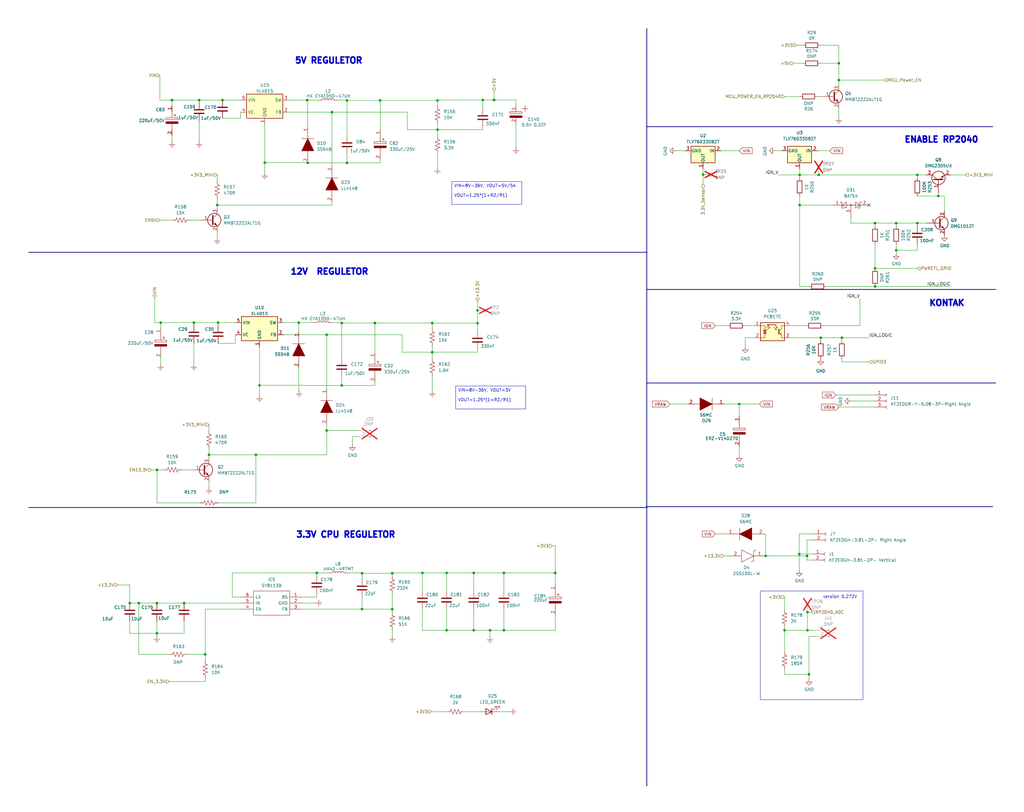
<source format=kicad_sch>
(kicad_sch (version 20231120) (generator "eeschema") (generator_version "8.0")
  (paper "User" 431 342)
  (junction (at 77.47 254))
  (junction (at 87.9567 191.5238))
  (junction (at 109.22 162.2591))
  (junction (at 66.04 266.7))
  (junction (at 295.91 73.4937))
  (junction (at 81.6019 135.89))
  (junction (at 133.35 241.3))
  (junction (at 66.04 254))
  (junction (at 200.9867 136.109))
  (junction (at 212.09 265.43))
  (junction (at 83.8152 42.1562))
  (junction (at 160.02 42.2994))
  (junction (at 181.9367 148.3438))
  (junction (at 386.08 73.66))
  (junction (at 345.44 142.24))
  (junction (at 129.2685 42.1562))
  (junction (at 272.2111 106.2507) (diameter 0.3048))
  (junction (at 368.3 93.98))
  (junction (at 91.7921 135.89))
  (junction (at 207.9533 42.1002))
  (junction (at 272.2111 161.29) (diameter 0.3048))
  (junction (at 137.4867 181.3307))
  (junction (at 339.8499 265.43))
  (junction (at 368.3 120.65))
  (junction (at 72.3858 42.1562))
  (junction (at 344.5606 73.66))
  (junction (at 368.3 113.03))
  (junction (at 311.15 170.18))
  (junction (at 184.15 54.61))
  (junction (at 212.09 241.3))
  (junction (at 330.2 265.43))
  (junction (at 354.33 142.24))
  (junction (at 137.4867 140.97))
  (junction (at 203.2 42.1002))
  (junction (at 336.3771 233.348))
  (junction (at 111.4333 68.5253))
  (junction (at 107.7044 191.5238))
  (junction (at 377.19 105.41))
  (junction (at 165.1 241.4213))
  (junction (at 152.4 241.4213))
  (junction (at 336.55 86.36))
  (junction (at 336.55 73.66))
  (junction (at 339.6674 234.1477))
  (junction (at 129.54 68.58))
  (junction (at 272.2111 121.92) (diameter 0.3048))
  (junction (at 322.2448 234.1477))
  (junction (at 206.248 265.43))
  (junction (at 177.8 241.3))
  (junction (at 200.9867 130.7165))
  (junction (at 377.19 93.98))
  (junction (at 394.97 82.55))
  (junction (at 233.68 241.3))
  (junction (at 272.2111 53.34) (diameter 0.3048))
  (junction (at 340.4851 283.9561))
  (junction (at 143.8367 162.3138))
  (junction (at 187.96 265.43))
  (junction (at 66.0848 197.8738))
  (junction (at 91.44 86.36))
  (junction (at 152.4 256.54))
  (junction (at 146.05 42.2994))
  (junction (at 139.7 47.2362))
  (junction (at 199.39 241.3))
  (junction (at 353.06 33.7136))
  (junction (at 67.6367 135.89))
  (junction (at 339.8499 257.81))
  (junction (at 386.08 93.98))
  (junction (at 54.61 254))
  (junction (at 157.8067 136.0332))
  (junction (at 272.2111 213.36) (diameter 0.3048))
  (junction (at 181.8942 136.0332))
  (junction (at 143.8367 136.0332))
  (junction (at 93.6533 42.1562))
  (junction (at 86.36 275.59))
  (junction (at 353.06 26.67))
  (junction (at 58.42 254))
  (junction (at 272.2111 213.7291) (diameter 0.3048))
  (junction (at 125.6954 135.89))
  (junction (at 165.1 256.54))
  (junction (at 187.96 241.3))
  (junction (at 146.05 68.58))
  (junction (at 184.1075 42.2994))
  (junction (at 199.39 265.43))
  (no_connect (at 365.76 86.36))
  (wire (pts (xy 81.6019 135.89) (xy 91.7921 135.89)))
  (wire (pts (xy 86.36 275.59) (xy 86.36 278.13)))
  (wire (pts (xy 139.7 86.36) (xy 139.7 85.09)))
  (wire (pts (xy 91.44 87.5929) (xy 91.4558 87.5929)))
  (wire (pts (xy 177.8 241.3) (xy 165.1 241.3)))
  (wire (pts (xy 129.54 53.34) (xy 129.54 42.1562)))
  (wire (pts (xy 181.61 299.72) (xy 187.96 299.72)))
  (wire (pts (xy 137.4867 178.8238) (xy 137.4867 181.3307)))
  (wire (pts (xy 97.79 251.46) (xy 97.79 241.3)))
  (wire (pts (xy 143.8367 158.5038) (xy 143.8367 162.3138)))
  (wire (pts (xy 311.15 187.96) (xy 311.15 191.77)))
  (wire (pts (xy 358.14 93.98) (xy 368.3 93.98)))
  (wire (pts (xy 133.35 241.3) (xy 133.35 242.57)))
  (wire (pts (xy 58.42 254) (xy 66.04 254)))
  (bus (pts (xy 272.2111 213.36) (xy 417.83 213.36)) (stroke (width 0.3048)))
  (wire (pts (xy 111.4333 68.5253) (xy 111.4333 72.1438)))
  (wire (pts (xy 184.1075 42.1002) (xy 203.2 42.1002)))
  (wire (pts (xy 169.2367 148.3438) (xy 181.9367 148.3438)))
  (wire (pts (xy 207.9533 38.3462) (xy 207.9533 42.1002)))
  (wire (pts (xy 157.8067 162.3138) (xy 143.8367 162.3138)))
  (wire (pts (xy 336.55 73.66) (xy 344.5606 73.66)))
  (wire (pts (xy 165.1 241.3) (xy 165.1 241.4213)))
  (bus (pts (xy 272.2111 161.29) (xy 419.1 161.29)) (stroke (width 0.3048)))
  (wire (pts (xy 81.6019 137.16) (xy 81.6067 137.16)))
  (wire (pts (xy 339.6674 234.1477) (xy 339.6674 235.888)))
  (wire (pts (xy 377.19 102.87) (xy 377.19 105.41)))
  (wire (pts (xy 54.61 266.7) (xy 66.04 266.7)))
  (wire (pts (xy 284.48 63.5) (xy 288.29 63.5)))
  (wire (pts (xy 80.01 92.6729) (xy 80.01 92.71)))
  (wire (pts (xy 326.39 63.5) (xy 328.93 63.5)))
  (wire (pts (xy 109.22 162.2591) (xy 109.22 165.8776)))
  (wire (pts (xy 91.44 100.33) (xy 91.44 97.7529)))
  (wire (pts (xy 339.8499 257.81) (xy 339.8499 265.43)))
  (wire (pts (xy 137.4867 181.3307) (xy 151.13 181.3307)))
  (wire (pts (xy 111.4333 52.3162) (xy 111.4333 68.5253)))
  (wire (pts (xy 199.39 256.54) (xy 199.39 265.43)))
  (wire (pts (xy 199.39 265.43) (xy 206.248 265.43)))
  (wire (pts (xy 87.9542 191.5238) (xy 87.9542 192.835)))
  (wire (pts (xy 304.7183 234.112) (xy 304.7183 234.1477)))
  (wire (pts (xy 75.2542 197.915) (xy 75.2542 197.8738)))
  (wire (pts (xy 195.58 299.72) (xy 201.93 299.72)))
  (wire (pts (xy 66.04 267.97) (xy 66.04 266.7)))
  (wire (pts (xy 143.51 136.0332) (xy 143.8367 136.0332)))
  (wire (pts (xy 143.8367 136.0332) (xy 157.8067 136.0332)))
  (wire (pts (xy 160.02 54.61) (xy 160.02 42.2994)))
  (wire (pts (xy 91.44 97.7529) (xy 91.4558 97.7529)))
  (wire (pts (xy 317.5 142.24) (xy 313.69 142.24)))
  (wire (pts (xy 397.51 82.55) (xy 394.97 82.55)))
  (wire (pts (xy 206.248 265.43) (xy 206.248 268.224)))
  (wire (pts (xy 83.8152 42.1562) (xy 93.6533 42.1562)))
  (wire (pts (xy 199.39 241.3) (xy 187.96 241.3)))
  (bus (pts (xy 272.2111 161.29) (xy 272.2111 213.36)) (stroke (width 0.3048)))
  (wire (pts (xy 353.06 26.67) (xy 345.44 26.67)))
  (wire (pts (xy 165.1 257.81) (xy 165.1 256.54)))
  (wire (pts (xy 336.55 86.36) (xy 350.52 86.36)))
  (wire (pts (xy 233.68 259.08) (xy 233.68 265.43)))
  (wire (pts (xy 132.0501 135.89) (xy 132.0501 135.8854)))
  (wire (pts (xy 121.5933 42.1562) (xy 129.2685 42.1562)))
  (bus (pts (xy 12.0996 213.7291) (xy 272.2111 213.7291)) (stroke (width 0.3048)))
  (wire (pts (xy 336.55 73.66) (xy 336.55 74.93)))
  (wire (pts (xy 87.9567 178.8238) (xy 87.9567 181.3638)))
  (wire (pts (xy 342.222 235.888) (xy 339.6674 235.888)))
  (wire (pts (xy 66.04 254) (xy 77.47 254)))
  (wire (pts (xy 157.8067 161.0438) (xy 157.8067 162.3138)))
  (wire (pts (xy 209.55 299.72) (xy 214.63 299.72)))
  (wire (pts (xy 67.6367 138.1838) (xy 67.6367 135.89)))
  (wire (pts (xy 87.9567 191.5238) (xy 107.7044 191.5238)))
  (wire (pts (xy 311.15 170.18) (xy 319.6894 170.18)))
  (wire (pts (xy 139.7 47.2362) (xy 139.7 69.85)))
  (wire (pts (xy 67.6367 135.89) (xy 81.6019 135.89)))
  (wire (pts (xy 217.17 42.1002) (xy 217.17 44.45)))
  (bus (pts (xy 12.0738 106.2507) (xy 272.2111 106.2507)) (stroke (width 0.3048)))
  (wire (pts (xy 137.4867 181.3307) (xy 137.4867 191.5238)))
  (wire (pts (xy 54.61 261.62) (xy 54.61 266.7)))
  (wire (pts (xy 330.2 251.46) (xy 330.2 256.54)))
  (wire (pts (xy 91.44 73.66) (xy 91.44 76.2)))
  (wire (pts (xy 336.55 71.12) (xy 336.55 73.66)))
  (wire (pts (xy 386.08 93.98) (xy 389.89 93.98)))
  (wire (pts (xy 101.6 251.46) (xy 97.79 251.46)))
  (wire (pts (xy 109.22 146.05) (xy 109.22 162.2591)))
  (wire (pts (xy 101.6 256.54) (xy 86.36 256.54)))
  (wire (pts (xy 368.3 113.03) (xy 386.08 113.03)))
  (wire (pts (xy 353.06 26.67) (xy 353.06 33.7136)))
  (wire (pts (xy 133.35 241.3) (xy 138.43 241.3)))
  (wire (pts (xy 67.31 92.71) (xy 72.39 92.71)))
  (wire (pts (xy 181.9367 148.3438) (xy 181.9367 150.8838)))
  (wire (pts (xy 137.4867 140.97) (xy 169.2367 140.97)))
  (wire (pts (xy 177.8 241.3) (xy 177.8 248.92)))
  (wire (pts (xy 187.96 241.3) (xy 177.8 241.3)))
  (wire (pts (xy 330.2 283.9561) (xy 340.4851 283.9561)))
  (wire (pts (xy 157.8067 148.3438) (xy 157.8067 136.0332)))
  (wire (pts (xy 65.0967 125.4838) (xy 65.0967 135.89)))
  (wire (pts (xy 212.09 256.54) (xy 212.09 265.43)))
  (wire (pts (xy 86.36 287.02) (xy 86.36 285.75)))
  (wire (pts (xy 171.45 54.61) (xy 184.15 54.61)))
  (wire (pts (xy 212.09 241.3) (xy 212.09 248.92)))
  (wire (pts (xy 78.74 275.59) (xy 86.36 275.59)))
  (wire (pts (xy 165.1 250.19) (xy 165.1 256.54)))
  (wire (pts (xy 129.54 68.5253) (xy 129.54 68.58)))
  (wire (pts (xy 145.7233 42.2994) (xy 146.05 42.2994)))
  (wire (pts (xy 353.06 33.7136) (xy 372.11 33.7136)))
  (wire (pts (xy 67.6367 150.8838) (xy 67.6367 153.4238)))
  (wire (pts (xy 336.3771 224.8877) (xy 336.3771 233.348)))
  (wire (pts (xy 93.6533 49.7762) (xy 101.2733 49.7762)))
  (wire (pts (xy 148.336 183.896) (xy 148.336 187.198)))
  (bus (pts (xy 272.2111 53.34) (xy 272.2111 106.2507)) (stroke (width 0.3048)))
  (bus (pts (xy 272.2111 121.92) (xy 419.1 121.92)) (stroke (width 0.3048)))
  (wire (pts (xy 151.13 183.896) (xy 148.336 183.896)))
  (wire (pts (xy 184.15 54.61) (xy 184.15 57.15)))
  (wire (pts (xy 200.9867 136.109) (xy 200.9867 139.4538)))
  (bus (pts (xy 272.2111 121.92) (xy 272.2111 161.29)) (stroke (width 0.3048)))
  (wire (pts (xy 184.1075 42.2994) (xy 184.15 42.2994)))
  (wire (pts (xy 87.9542 205.4938) (xy 87.9567 205.4938)))
  (wire (pts (xy 212.09 241.3) (xy 199.39 241.3)))
  (wire (pts (xy 72.3858 57.1157) (xy 72.3858 59.69)))
  (wire (pts (xy 339.6674 227.4277) (xy 339.6674 234.1477)))
  (wire (pts (xy 303.53 63.5) (xy 311.15 63.5)))
  (wire (pts (xy 184.15 52.07) (xy 184.15 54.61)))
  (wire (pts (xy 81.6067 137.16) (xy 81.6067 136.9138)))
  (wire (pts (xy 181.9367 148.3438) (xy 200.9867 148.3438)))
  (wire (pts (xy 281.94 170.18) (xy 289.56 170.18)))
  (wire (pts (xy 386.08 102.87) (xy 386.08 105.41)))
  (wire (pts (xy 87.9567 188.9838) (xy 87.9567 191.5238)))
  (wire (pts (xy 146.05 64.77) (xy 146.05 68.58)))
  (wire (pts (xy 129.54 42.1562) (xy 129.2685 42.1562)))
  (wire (pts (xy 313.69 137.16) (xy 317.5 137.16)))
  (wire (pts (xy 63.8267 197.8738) (xy 66.0848 197.8738)))
  (wire (pts (xy 109.22 162.2591) (xy 127.3267 162.2591)))
  (bus (pts (xy 272.2111 106.2507) (xy 272.2111 121.92)) (stroke (width 0.3048)))
  (wire (pts (xy 233.68 229.87) (xy 233.68 241.3)))
  (wire (pts (xy 300.99 137.16) (xy 306.07 137.16)))
  (wire (pts (xy 336.55 86.36) (xy 336.55 120.65)))
  (wire (pts (xy 146.05 42.2994) (xy 160.02 42.2994)))
  (wire (pts (xy 54.61 254) (xy 58.42 254)))
  (wire (pts (xy 322.2448 224.8972) (xy 322.2448 234.1477)))
  (wire (pts (xy 65.0967 135.89) (xy 67.6367 135.89)))
  (wire (pts (xy 340.4851 283.9561) (xy 340.4851 285.9585)))
  (wire (pts (xy 386.08 95.25) (xy 386.08 93.98)))
  (wire (pts (xy 336.3771 233.348) (xy 336.3771 240.1882)))
  (wire (pts (xy 101.2733 49.7762) (xy 101.2733 47.2362)))
  (wire (pts (xy 332.74 137.16) (xy 339.09 137.16)))
  (wire (pts (xy 77.47 254) (xy 101.6 254)))
  (wire (pts (xy 181.9367 138.1838) (xy 181.9367 136.0332)))
  (wire (pts (xy 152.4 241.3) (xy 152.4 241.4213)))
  (wire (pts (xy 49.53 246.38) (xy 54.61 246.38)))
  (wire (pts (xy 394.97 82.55) (xy 394.97 81.28)))
  (wire (pts (xy 181.9367 145.8038) (xy 181.9367 148.3438)))
  (wire (pts (xy 217.17 42.1002) (xy 207.9533 42.1002)))
  (wire (pts (xy 111.4333 68.5253) (xy 129.54 68.5253)))
  (wire (pts (xy 353.06 45.72) (xy 353.06 49.53)))
  (wire (pts (xy 160.02 42.2994) (xy 184.1075 42.2994)))
  (bus (pts (xy 272.2111 213.36) (xy 272.2111 213.7291)) (stroke (width 0.3048)))
  (wire (pts (xy 125.73 154.94) (xy 125.73 164.7013)))
  (wire (pts (xy 233.68 246.38) (xy 233.68 241.3)))
  (wire (pts (xy 199.39 241.3) (xy 199.39 248.92)))
  (wire (pts (xy 200.9867 126.7538) (xy 200.9867 130.7165)))
  (wire (pts (xy 200.9867 136.109) (xy 181.8942 136.109)))
  (wire (pts (xy 83.8152 43.4262) (xy 83.8152 42.1562)))
  (bus (pts (xy 272.2111 213.7291) (xy 272.2111 330.8199)) (stroke (width 0.3048)))
  (wire (pts (xy 66.04 261.62) (xy 66.04 266.7)))
  (wire (pts (xy 353.06 171.45) (xy 368.2552 171.45)))
  (wire (pts (xy 311.15 170.18) (xy 311.15 175.26)))
  (wire (pts (xy 233.68 241.3) (xy 212.09 241.3)))
  (wire (pts (xy 184.15 54.61) (xy 203.2 54.61)))
  (wire (pts (xy 119.38 140.97) (xy 137.4867 140.97)))
  (wire (pts (xy 203.2 54.61) (xy 203.2 53.34)))
  (wire (pts (xy 187.96 241.3) (xy 187.96 248.92)))
  (wire (pts (xy 107.7044 211.7633) (xy 107.7044 191.5238)))
  (wire (pts (xy 330.2 265.43) (xy 330.2 274.32)))
  (wire (pts (xy 127.3267 162.3138) (xy 143.8367 162.3138)))
  (wire (pts (xy 353.06 33.7136) (xy 353.06 35.56)))
  (wire (pts (xy 91.44 86.36) (xy 139.7 86.36)))
  (wire (pts (xy 83.8358 92.6729) (xy 80.01 92.6729)))
  (wire (pts (xy 295.91 71.12) (xy 295.91 73.4937)))
  (wire (pts (xy 353.06 19.05) (xy 353.06 26.67)))
  (wire (pts (xy 304.7183 234.1477) (xy 307.0048 234.1477)))
  (wire (pts (xy 344.17 265.43) (xy 339.8499 265.43)))
  (wire (pts (xy 361.95 137.16) (xy 346.71 137.16)))
  (wire (pts (xy 152.4 251.46) (xy 152.4 256.54)))
  (wire (pts (xy 75.2542 197.8738) (xy 76.5267 197.8738)))
  (wire (pts (xy 83.82 43.4262) (xy 83.82 43.18)))
  (wire (pts (xy 91.7921 144.6065) (xy 99.06 144.6065)))
  (wire (pts (xy 295.91 73.4937) (xy 295.91 77.47)))
  (wire (pts (xy 86.36 256.54) (xy 86.36 275.59)))
  (wire (pts (xy 160.02 67.31) (xy 160.02 68.58)))
  (wire (pts (xy 67.31 31.75) (xy 67.31 42.1562)))
  (wire (pts (xy 125.6954 135.89) (xy 132.0501 135.89)))
  (wire (pts (xy 207.9533 42.1002) (xy 203.2 42.1002)))
  (wire (pts (xy 377.19 105.41) (xy 386.08 105.41)))
  (wire (pts (xy 81.6067 144.5338) (xy 81.6067 153.4238)))
  (wire (pts (xy 91.7921 135.89) (xy 99.06 135.89)))
  (wire (pts (xy 151.13 181.3307) (xy 151.13 181.356)))
  (wire (pts (xy 368.3 93.98) (xy 368.3 95.25)))
  (wire (pts (xy 184.1075 42.1002) (xy 184.1075 42.2994)))
  (wire (pts (xy 344.17 267.97) (xy 340.4851 267.97)))
  (wire (pts (xy 344.5606 73.66) (xy 386.08 73.66)))
  (wire (pts (xy 342.6375 224.8877) (xy 336.3771 224.8877)))
  (wire (pts (xy 145.7233 42.1516) (xy 145.7233 42.2994)))
  (wire (pts (xy 66.0848 197.8738) (xy 68.9067 197.8738)))
  (wire (pts (xy 87.9542 202.995) (xy 87.9542 205.4938)))
  (wire (pts (xy 233.68 265.43) (xy 212.09 265.43)))
  (wire (pts (xy 336.55 82.55) (xy 336.55 86.36)))
  (wire (pts (xy 71.12 287.02) (xy 86.36 287.02)))
  (wire (pts (xy 125.6954 139.7) (xy 125.73 139.7)))
  (wire (pts (xy 377.19 105.41) (xy 377.19 106.68)))
  (wire (pts (xy 345.44 19.05) (xy 353.06 19.05)))
  (wire (pts (xy 165.1 256.54) (xy 152.4 256.54)))
  (wire (pts (xy 160.02 68.58) (xy 146.05 68.58)))
  (wire (pts (xy 91.7921 135.89) (xy 91.7921 136.9865)))
  (wire (pts (xy 306.2339 224.8877) (xy 301.0365 224.8877)))
  (wire (pts (xy 109.2247 165.8776) (xy 109.2247 166.707)))
  (wire (pts (xy 345.44 142.24) (xy 332.74 142.24)))
  (wire (pts (xy 187.96 265.43) (xy 199.39 265.43)))
  (wire (pts (xy 72.3858 44.4157) (xy 72.3858 42.1562)))
  (wire (pts (xy 143.51 135.8854) (xy 139.6701 135.8854)))
  (wire (pts (xy 133.35 250.19) (xy 133.35 251.46)))
  (wire (pts (xy 340.4851 267.97) (xy 340.4851 283.9561)))
  (wire (pts (xy 66.0848 211.7633) (xy 66.0848 197.8738)))
  (wire (pts (xy 334.01 26.67) (xy 337.82 26.67)))
  (wire (pts (xy 339.6674 227.4277) (xy 342.6375 227.4277)))
  (wire (pts (xy 330.2 281.94) (xy 330.2 283.9561)))
  (wire (pts (xy 66.04 266.7) (xy 77.47 266.7)))
  (wire (pts (xy 87.9542 191.5238) (xy 87.9567 191.5238)))
  (wire (pts (xy 386.08 74.93) (xy 386.08 73.66)))
  (wire (pts (xy 181.8942 136.109) (xy 181.8942 136.0332)))
  (wire (pts (xy 58.42 275.59) (xy 58.42 254)))
  (wire (pts (xy 129.2685 42.1562) (xy 129.2685 42.1516)))
  (wire (pts (xy 54.61 246.38) (xy 54.61 254)))
  (wire (pts (xy 232.41 229.87) (xy 233.68 229.87)))
  (wire (pts (xy 165.1 242.57) (xy 165.1 241.4213)))
  (wire (pts (xy 125.73 164.7013) (xy 125.8771 164.7013)))
  (wire (pts (xy 145.7233 42.1516) (xy 141.8834 42.1516)))
  (wire (pts (xy 84.1515 211.7633) (xy 66.0848 211.7633)))
  (wire (pts (xy 139.7 47.2362) (xy 171.45 47.2362)))
  (bus (pts (xy 272.2111 330.8199) (xy 272.3431 330.8199)))
  (wire (pts (xy 121.5933 47.2362) (xy 139.7 47.2362)))
  (wire (pts (xy 330.2 264.16) (xy 330.2 265.43)))
  (wire (pts (xy 165.1 241.4213) (xy 152.4 241.4213)))
  (wire (pts (xy 344.17 63.5) (xy 349.25 63.5)))
  (wire (pts (xy 347.98 120.65) (xy 368.3 120.65)))
  (wire (pts (xy 184.15 44.45) (xy 184.15 42.2994)))
  (wire (pts (xy 361.95 125.73) (xy 361.95 137.16)))
  (wire (pts (xy 111.438 72.1438) (xy 111.438 72.9732)))
  (wire (pts (xy 152.4 256.54) (xy 127 256.54)))
  (wire (pts (xy 354.33 142.24) (xy 345.44 142.24)))
  (wire (pts (xy 129.2685 42.1516) (xy 134.2634 42.1516)))
  (wire (pts (xy 157.8067 136.0332) (xy 181.8942 136.0332)))
  (wire (pts (xy 77.47 261.62) (xy 77.47 266.7)))
  (wire (pts (xy 377.19 93.98) (xy 377.19 95.25)))
  (wire (pts (xy 137.4867 140.97) (xy 137.4867 163.5838)))
  (wire (pts (xy 400.05 120.65) (xy 368.3 120.65)))
  (wire (pts (xy 206.248 265.43) (xy 212.09 265.43)))
  (wire (pts (xy 327.66 73.66) (xy 336.55 73.66)))
  (wire (pts (xy 72.3858 59.69) (xy 72.39 59.69)))
  (wire (pts (xy 306.2339 224.8972) (xy 306.2339 224.8877)))
  (wire (pts (xy 72.3858 42.1562) (xy 83.8152 42.1562)))
  (wire (pts (xy 177.8 256.54) (xy 177.8 265.43)))
  (wire (pts (xy 143.8367 136.0332) (xy 143.8367 150.8838)))
  (wire (pts (xy 200.9867 148.3438) (xy 200.9867 147.0738)))
  (wire (pts (xy 358.14 168.91) (xy 368.2552 168.91)))
  (wire (pts (xy 341.63 257.81) (xy 339.8499 257.81)))
  (wire (pts (xy 99.06 144.6065) (xy 99.06 140.97)))
  (wire (pts (xy 146.05 42.2994) (xy 146.05 57.15)))
  (wire (pts (xy 339.8499 265.43) (xy 330.2 265.43)))
  (wire (pts (xy 365.76 152.4) (xy 354.33 152.4)))
  (wire (pts (xy 177.8 265.43) (xy 187.96 265.43)))
  (wire (pts (xy 217.17 52.07) (xy 217.17 62.23)))
  (wire (pts (xy 129.54 68.58) (xy 146.05 68.58)))
  (wire (pts (xy 127.3267 162.2591) (xy 127.3267 162.3138)))
  (wire (pts (xy 368.3 102.87) (xy 368.3 113.03)))
  (wire (pts (xy 109.22 165.8776) (xy 109.2247 165.8776)))
  (wire (pts (xy 397.51 82.55) (xy 397.51 88.9)))
  (wire (pts (xy 184.15 64.77) (xy 184.15 70.866)))
  (wire (pts (xy 83.8152 43.4262) (xy 83.82 43.4262)))
  (wire (pts (xy 386.08 93.98) (xy 377.19 93.98)))
  (wire (pts (xy 67.31 42.1562) (xy 72.3858 42.1562)))
  (wire (pts (xy 187.96 256.54) (xy 187.96 265.43)))
  (wire (pts (xy 354.33 142.24) (xy 365.76 142.24)))
  (wire (pts (xy 336.3771 233.348) (xy 342.222 233.348)))
  (wire (pts (xy 71.12 275.59) (xy 58.42 275.59)))
  (wire (pts (xy 400.05 73.66) (xy 406.4 73.66)))
  (wire (pts (xy 386.08 73.66) (xy 389.89 73.66)))
  (wire (pts (xy 340.36 120.65) (xy 336.55 120.65)))
  (wire (pts (xy 91.44 86.36) (xy 91.44 87.5929)))
  (wire (pts (xy 200.9867 130.7165) (xy 200.9867 136.109)))
  (wire (pts (xy 377.19 93.98) (xy 368.3 93.98)))
  (wire (pts (xy 169.2367 140.97) (xy 169.2367 148.3438)))
  (wire (pts (xy 354.33 152.4) (xy 354.33 151.13)))
  (wire (pts (xy 330.2 40.64) (xy 336.55 40.64)))
  (wire (pts (xy 351.79 166.37) (xy 368.2552 166.37)))
  (wire (pts (xy 75.2542 197.915) (xy 80.3342 197.915)))
  (wire (pts (xy 345.44 142.24) (xy 345.44 143.51)))
  (wire (pts (xy 91.44 83.82) (xy 91.44 86.36)))
  (wire (pts (xy 181.9367 158.5038) (xy 181.9367 164.5998)))
  (wire (pts (xy 81.6019 137.16) (xy 81.6019 135.89)))
  (wire (pts (xy 322.2448 234.1477) (xy 339.6674 234.1477)))
  (wire (pts (xy 171.45 47.2362) (xy 171.45 54.61)))
  (wire (pts (xy 133.35 251.46) (xy 127 251.46)))
  (wire (pts (xy 354.33 143.51) (xy 354.33 142.24)))
  (wire (pts (xy 146.05 241.3) (xy 152.4 241.3)))
  (wire (pts (xy 83.82 50.8) (xy 83.82 59.69)))
  (wire (pts (xy 304.8 170.18) (xy 311.15 170.18)))
  (wire (pts (xy 335.28 19.05) (xy 337.82 19.05)))
  (wire (pts (xy 107.7044 191.5238) (xy 137.4867 191.5238)))
  (wire (pts (xy 165.1 265.43) (xy 165.1 267.97)))
  (wire (pts (xy 203.2 42.1002) (xy 203.2 45.72)))
  (wire (pts (xy 119.38 135.89) (xy 125.6954 135.89)))
  (wire (pts (xy 344.17 40.64) (xy 345.44 40.64)))
  (wire (pts (xy 313.69 142.24) (xy 313.69 146.05)))
  (wire (pts (xy 127 254) (xy 132.8116 254)))
  (wire (pts (xy 181.8942 136.0332) (xy 181.9367 136.0332)))
  (wire (pts (xy 143.51 135.8854) (xy 143.51 136.0332)))
  (wire (pts (xy 386.08 82.55) (xy 394.97 82.55)))
  (bus (pts (xy 272.2111 53.34) (xy 417.83 53.34)) (stroke (width 0.3048)))
  (wire (pts (xy 93.6533 42.1562) (xy 101.2733 42.1562)))
  (wire (pts (xy 321.4739 224.8972) (xy 322.2448 224.8972)))
  (bus (pts (xy 272.2111 12.0238) (xy 272.2111 53.34)) (stroke (width 0.3048)))
  (wire (pts (xy 152.4 241.4213) (xy 152.4 243.84)))
  (wire (pts (xy 111.4333 72.1438) (xy 111.438 72.1438)))
  (wire (pts (xy 97.79 241.3) (xy 133.35 241.3)))
  (wire (pts (xy 91.7715 211.7633) (xy 107.7044 211.7633)))
  (wire (pts (xy 125.6954 135.89) (xy 125.6954 139.7)))
  (wire (pts (xy 358.14 91.44) (xy 358.14 93.98)))
  (rectangle (start 320.04 248.92) (end 363.22 294.64))
  (text_box "VIN=8V-36V, VOUT=3V\n\nVOUT=1.25*(1+R2/R1)" (at 191.77 162.56 0) (size 29.464 9.652) (effects (font (size 1.27 1.27)) (justify left top)))
  (text_box "VIN=8V-36V, VOUT=5V/5A\n\nVOUT=1.25*(1+R2/R1)" (at 190.1733 76.4462 0) (size 29.464 9.652) (effects (font (size 1.27 1.27)) (justify left top)))
  (text "KONTAK" (at 398.526 127.762 0) (effects (font (size 2.54 2.54) (thickness 1.524) (bold yes))))
  (text "12V  REGULETOR\n" (at 138.684 114.554 0) (effects (font (size 2.54 2.54) (thickness 1.524) (bold yes))))
  (text "3.3V CPU REGULETOR\n" (at 145.542 225.298 0) (effects (font (size 2.54 2.54) (thickness 1.524) (bold yes))))
  (text "version 0.272V\n" (at 353.568 251.46 0) (effects (font (size 1.27 1.27))))
  (text "ENABLE RP2040\n" (at 396.24 58.928 0) (effects (font (size 2.54 2.54) (thickness 1.524) (bold yes))))
  (text "5V REGULETOR\n" (at 138.3573 25.6462 0) (effects (font (size 2.54 2.54) (thickness 1.524) (bold yes))))
  (label "IGN_V" (at 327.66 73.66 180))
  (label "IGN_V" (at 361.95 125.73 180))
  (label "IGN_LOGIC" (at 365.76 142.24 0))
  (label "IGN_LOGIC" (at 400.05 120.65 180))
  (global_label "VIN" (shape input) (at 311.15 63.5 0) (property "Intersheetrefs" "${INTERSHEET_REFS}" (effects (hide yes))))
  (global_label "VRAW" (shape input) (at 353.06 171.45 180) (property "Intersheetrefs" "${INTERSHEET_REFS}" (effects (hide yes))))
  (global_label "IGN" (shape input) (at 300.99 137.16 180) (property "Intersheetrefs" "${INTERSHEET_REFS}" (effects (hide yes))))
  (global_label "VIN" (shape input) (at 301.0365 224.8877 180) (property "Intersheetrefs" "${INTERSHEET_REFS}" (effects (hide yes))))
  (global_label "VRAW" (shape input) (at 281.94 170.18 180) (property "Intersheetrefs" "${INTERSHEET_REFS}" (effects (hide yes))))
  (global_label "VIN" (shape input) (at 319.6894 170.18 0) (property "Intersheetrefs" "${INTERSHEET_REFS}" (effects (hide yes))))
  (global_label "VIN" (shape input) (at 349.25 63.5 0) (property "Intersheetrefs" "${INTERSHEET_REFS}" (effects (hide yes))))
  (global_label "IGN" (shape input) (at 351.79 166.37 180) (property "Intersheetrefs" "${INTERSHEET_REFS}" (effects (hide yes))))
  (hierarchical_label "EN5V" (shape input) (at 67.31 92.71 180))
  (hierarchical_label "MCU_POWER_EN_RP2040" (shape input) (at 330.2 40.64 180))
  (hierarchical_label "RP2040_ADC" (shape input) (at 341.63 257.81 0))
  (hierarchical_label "+13.3V" (shape input) (at 49.53 246.38 180))
  (hierarchical_label "+5V" (shape input) (at 207.9533 38.3462 90))
  (hierarchical_label "+3V3_Mini" (shape input) (at 406.4 73.66 0))
  (hierarchical_label "+5V" (shape input) (at 334.01 26.67 180))
  (hierarchical_label "VIN" (shape input) (at 65.0967 125.4838 90))
  (hierarchical_label "EN_3.3V" (shape input) (at 71.12 287.02 180))
  (hierarchical_label "EN13.3V" (shape input) (at 63.8267 197.8738 180))
  (hierarchical_label "MCU_Power_EN" (shape input) (at 372.11 33.7136 0))
  (hierarchical_label "+3V3_Mini" (shape input) (at 91.44 73.66 180))
  (hierarchical_label "+3V3_Mini" (shape input) (at 87.9567 178.8238 180))
  (hierarchical_label "+3V3" (shape input) (at 330.2 251.46 180))
  (hierarchical_label "+13.3V" (shape input) (at 200.9867 126.7538 90))
  (hierarchical_label "VIN" (shape input) (at 67.31 31.75 180))
  (hierarchical_label "PWRCTL_GPIO" (shape input) (at 386.08 113.03 0))
  (hierarchical_label "GPIO3" (shape input) (at 365.76 152.4 0))
  (hierarchical_label "+3V3" (shape input) (at 181.61 299.72 180))
  (hierarchical_label "+3V3" (shape input) (at 232.41 229.87 180))
  (hierarchical_label "+13.3V" (shape input) (at 304.7183 234.112 180))
  (hierarchical_label "3.3V_Sensor" (shape input) (at 295.91 77.47 270))
  (hierarchical_label "+3V3" (shape input) (at 335.28 19.05 180))
  (symbol (lib_id "Device:R_US") (at 181.9367 154.6938 0) (unit 1)
    (property "Reference" "R162" (at 184.4767 153.4237 0) (effects (justify left)))
    (property "Value" "1.6K" (at 184.4767 155.9637 0) (effects (justify left)))
    (property "Footprint" "Resistor_SMD:R_0603_1608Metric" (effects (hide yes)))
    (property "Description" "Resistor, US symbol" (effects (hide yes)))
    (property "MPN" "0603WAF1601T5E" (effects (hide yes)))
  )
  (symbol (lib_id "Device:R") (at 309.88 137.16 270) (unit 1)
    (property "Reference" "R254" (at 309.88 131.9022 90))
    (property "Value" "3.3K" (at 309.88 134.2136 90))
    (property "Footprint" "Resistor_SMD:R_0603_1608Metric" (effects (hide yes)))
    (property "MPN" "0603WAF3301T5E" (effects (hide yes)))
  )
  (symbol (lib_id "power:GND") (at 284.48 63.5 270) (unit 1)
    (property "Reference" "#PWR0125" (effects (hide yes)))
    (property "Value" "GND" (at 280.0858 63.627 0))
  )
  (symbol (lib_id "Device:L") (at 135.8601 135.8854 90) (unit 1)
    (property "Reference" "L3" (at 135.8601 132.0754 90))
    (property "Value" "HX CYA1050-47UH" (at 136.0742 134.1794 90))
    (property "Footprint" "CYA1050-47UH:L_Bourns_SRR1208_12.7x12.7mm" (effects (hide yes)))
    (property "MPN" "HX CYA1050-47UH" (effects (hide yes)))
  )
  (symbol (lib_id "SS54B:SS54B") (at 129.54 53.34 270) (unit 1)
    (property "Reference" "D10" (at 133.35 60.325 90) (effects (justify left)))
    (property "Value" "SS54B" (at 133.35 62.865 90) (effects (justify left)))
    (property "Footprint" "Library:SS54B" (effects (hide yes)))
    (property "Datasheet" "https://datasheet.datasheetarchive.com/originals/distributors/Datasheets-3/DSA-43270.pdf" (effects (hide yes)))
    (property "Description" "HY Electronic Corp SS54B, SMT Rectifier Schottky Diode, 40V 5A, 2-Pin SMB" (effects (hide yes)))
    (property "Height" "2.44" (effects (hide yes)))
    (property "Manufacturer_Name" "HY Electronic" (effects (hide yes)))
    (property "Manufacturer_Part_Number" "SS54B" (effects (hide yes)))
    (property "MPN" "SS54B" (effects (hide yes)))
  )
  (symbol (lib_id "Device:R_US") (at 181.9367 141.9938 0) (unit 1)
    (property "Reference" "R161" (at 184.4767 140.7237 0) (effects (justify left)))
    (property "Value" "15K" (at 184.4767 143.2637 0) (effects (justify left)))
    (property "Footprint" "Resistor_SMD:R_0603_1608Metric" (effects (hide yes)))
    (property "Description" "Resistor, US symbol" (effects (hide yes)))
    (property "MPN" "0603WAF1502T5E" (effects (hide yes)))
  )
  (symbol (lib_id "Device:R") (at 344.17 120.65 270) (unit 1)
    (property "Reference" "R260" (at 344.17 115.3922 90))
    (property "Value" "DNP" (at 344.17 117.7036 90))
    (property "Footprint" "Resistor_SMD:R_0603_1608Metric" (effects (hide yes)))
  )
  (symbol (lib_name "UWT1H221MNL1GS_2") (lib_id "UWT1H221MNL1GS:UWT1H221MNL1GS") (at 217.17 41.91 270) (unit 1)
    (property "Reference" "C140" (at 221.996 50.292 90) (effects (justify left)))
    (property "Value" "5.5V 0.22F" (at 219.456 52.578 90) (effects (justify left)))
    (property "Footprint" "Footprint Library:SuperCapacitor" (effects (hide yes)))
  )
  (symbol (lib_id "Device:R_US") (at 72.7167 197.8738 90) (unit 1)
    (property "Reference" "R159" (at 72.4627 192.2858 90))
    (property "Value" "10K" (at 72.4627 194.8258 90))
    (property "Footprint" "Resistor_SMD:R_0603_1608Metric" (effects (hide yes)))
    (property "Description" "Resistor, US symbol" (effects (hide yes)))
    (property "MPN" "0603WAF1002T5E" (effects (hide yes)))
  )
  (symbol (lib_id "Device:C") (at 187.96 252.73 180) (unit 1)
    (property "Reference" "C181" (at 189.484 250.444 0) (effects (justify right)))
    (property "Value" "22uF" (at 188.976 255.016 0) (effects (justify right)))
    (property "Footprint" "Capacitor_SMD:C_0603_1608Metric" (effects (hide yes)))
    (property "MPN" "CL10A226MQ8NRNC" (effects (hide yes)))
  )
  (symbol (lib_id "power:GND") (at 326.39 63.5 270) (unit 1)
    (property "Reference" "#PWR0124" (effects (hide yes)))
    (property "Value" "GND" (at 321.9958 63.627 0))
  )
  (symbol (lib_id "power:GND") (at 340.4851 285.9585 0) (unit 1)
    (property "Reference" "#PWR0237" (effects (hide yes)))
    (property "Value" "GND" (at 340.6121 290.3527 0))
  )
  (symbol (lib_id "Device:C") (at 177.8 252.73 180) (unit 1)
    (property "Reference" "C180" (at 179.324 250.444 0) (effects (justify right)))
    (property "Value" "22uF" (at 178.816 255.016 0) (effects (justify right)))
    (property "Footprint" "Capacitor_SMD:C_0603_1608Metric" (effects (hide yes)))
    (property "MPN" "CL10A226MQ8NRNC" (effects (hide yes)))
  )
  (symbol (lib_id "Device:R_US") (at 191.77 299.72 90) (unit 1)
    (property "Reference" "R168" (at 191.77 293.37 90))
    (property "Value" "2K" (at 191.77 295.91 90))
    (property "Footprint" "Resistor_SMD:R_0603_1608Metric" (effects (hide yes)))
    (property "Description" "Resistor, US symbol" (effects (hide yes)))
    (property "MPN" "0603WAF2001T5E" (effects (hide yes)))
  )
  (symbol (lib_id "Device:C") (at 152.4 247.65 180) (unit 1)
    (property "Reference" "C179" (at 153.924 245.364 0) (effects (justify right)))
    (property "Value" "22pF" (at 153.416 249.936 0) (effects (justify right)))
    (property "Footprint" "Capacitor_SMD:C_0603_1608Metric" (effects (hide yes)))
    (property "MPN" "CL10C220JB8NNNC" (effects (hide yes)))
  )
  (symbol (lib_name "UWT1H221MNL1GS_1") (lib_id "UWT1H221MNL1GS:UWT1H221MNL1GS") (at 311.15 175.26 270) (unit 1)
    (property "Reference" "C5" (at 302.768 182.88 90) (effects (justify left)))
    (property "Value" "ERZ-V14D270" (at 296.926 184.658 90) (effects (justify left)))
    (property "Footprint" "Footprint Library:ERZV14D101" (effects (hide yes)))
    (property "Datasheet" "https://www.mouser.com.tr/datasheet/2/315/AWA0000C1-1141750.pdf" (effects (hide yes)))
    (property "Description" "85V 60V 100V Plugin Varistors ROHS " (effects (hide yes)))
    (property "MPN" " ERZ-V14D101" (effects (hide yes)))
  )
  (symbol (lib_id "Device:C") (at 133.35 246.38 180) (unit 1)
    (property "Reference" "C178" (at 134.874 244.094 0) (effects (justify right)))
    (property "Value" "100nF" (at 134.366 248.666 0) (effects (justify right)))
    (property "Footprint" "Capacitor_SMD:C_0603_1608Metric" (effects (hide yes)))
    (property "MPN" "0603B104K500NT" (effects (hide yes)))
  )
  (symbol (lib_id "Device:C") (at 54.61 257.81 180) (unit 1)
    (property "Reference" "C175" (at 48.006 255.778 0) (effects (justify right)))
    (property "Value" "10uF" (at 42.926 260.604 0) (effects (justify right)))
    (property "Footprint" "Capacitor_SMD:C_0603_1608Metric" (effects (hide yes)))
    (property "MPN" " CL10A106MO8NQNC" (effects (hide yes)))
  )
  (symbol (lib_id "power:Earth") (at 87.9567 205.4938 0) (unit 1)
    (property "Reference" "#PWR0193" (effects (hide yes)))
    (property "Value" "Earth" (effects (hide yes)))
    (property "Description" "Power symbol creates a global label with name \"Earth\"" (effects (hide yes)))
  )
  (symbol (lib_name "GND_1") (lib_id "power:GND") (at 148.336 187.198 0) (unit 1)
    (property "Reference" "#PWR0163" (effects (hide yes)))
    (property "Value" "GND" (at 148.336 191.77 0))
    (property "Description" "Power symbol creates a global label with name \"GND\" , ground" (effects (hide yes)))
  )
  (symbol (lib_id "Device:R") (at 368.3 116.84 180) (unit 1)
    (property "Reference" "R261" (at 373.5578 116.84 90))
    (property "Value" "DNP" (at 371.2464 116.84 90))
    (property "Footprint" "Resistor_SMD:R_0603_1608Metric" (effects (hide yes)))
  )
  (symbol (lib_id "power:Earth") (at 353.06 49.53 0) (unit 1)
    (property "Reference" "#PWR049" (effects (hide yes)))
    (property "Value" "Earth" (effects (hide yes)))
    (property "Description" "Power symbol creates a global label with name \"Earth\"" (effects (hide yes)))
  )
  (symbol (lib_id "power:Earth") (at 81.6067 153.4238 0) (unit 1)
    (property "Reference" "#PWR0192" (effects (hide yes)))
    (property "Value" "Earth" (effects (hide yes)))
    (property "Description" "Power symbol creates a global label with name \"Earth\"" (effects (hide yes)))
  )
  (symbol (lib_id "Device:L") (at 142.24 241.3 90) (unit 1)
    (property "Reference" "L8" (at 142.24 237.49 90))
    (property "Value" "HA42-4R7MT" (at 142.4541 239.594 90))
    (property "Footprint" "Pro V3:Inductor_0402_4.7uH" (effects (hide yes)))
    (property "MPN" "HA42-4R7MT" (effects (hide yes)))
  )
  (symbol (lib_id "Sensor_Proximity:SFH9201") (at 325.12 139.7 0) (unit 1)
    (property "Reference" "U25" (at 325.12 130.81 0))
    (property "Value" "PC817C" (at 325.12 133.35 0))
    (property "Footprint" "HDMI 2.0 TX:PC817" (effects (hide yes)))
    (property "MPN" "PC817C_4PIN_SMD" (effects (hide yes)))
  )
  (symbol (lib_id "Device:C") (at 386.08 99.06 180) (unit 1)
    (property "Reference" "C208" (at 387.604 96.774 0) (effects (justify right)))
    (property "Value" "100nF" (at 387.096 101.346 0) (effects (justify right)))
    (property "Footprint" "Capacitor_SMD:C_0603_1608Metric" (effects (hide yes)))
    (property "MPN" "0603B104K500NT" (effects (hide yes)))
  )
  (symbol (lib_id "power:GND") (at 358.14 168.91 270) (unit 1)
    (property "Reference" "#PWR0207" (effects (hide yes)))
    (property "Value" "GND" (at 353.7458 169.037 0))
  )
  (symbol (lib_id "UWT1E331MNL1GS:UWT1E331MNL1GS") (at 160.02 54.61 270) (unit 1)
    (property "Reference" "C82" (at 163.83 60.325 90) (effects (justify left)))
    (property "Value" "330uF/25V" (at 163.83 62.865 90) (effects (justify left)))
    (property "Footprint" "Capacitor_SMD:C_Elec_8x10.2" (effects (hide yes)))
    (property "Datasheet" "https://datasheet.lcsc.com/lcsc/2211031700_KNSCHA-RVT330UF25V167RV0055_C5246574.pdf" (effects (hide yes)))
    (property "Description" "Nichicon Aluminium Electrolytic Capacitor 330uF 25V dc 8mm WT Series, Surface Mount Electrolytic, +/-20% 8 (Dia.) x 10mm" (effects (hide yes)))
    (property "Height" "10.5" (effects (hide yes)))
    (property "Manufacturer_Name" "Nichicon" (effects (hide yes)))
    (property "Manufacturer_Part_Number" "RVT330UF25V167RV0055 " (effects (hide yes)))
    (property "MPN" "RVT1E331M0810" (effects (hide yes)))
  )
  (symbol (lib_id "Device:R_US") (at 76.2 92.71 90) (unit 1)
    (property "Reference" "R158" (at 75.946 87.122 90))
    (property "Value" "10K" (at 75.946 89.662 90))
    (property "Footprint" "Resistor_SMD:R_0603_1608Metric" (effects (hide yes)))
    (property "Description" "Resistor, US symbol" (effects (hide yes)))
    (property "MPN" "0603WAF1002T5E" (effects (hide yes)))
  )
  (symbol (lib_name "LM1117-3.3_1") (lib_id "Regulator_Linear:LM1117-3.3") (at 336.55 63.5 0) (unit 1)
    (property "Reference" "U3" (at 336.55 55.88 0))
    (property "Value" "TLV76033DBZT" (at 336.55 58.42 0))
    (property "Footprint" "Package_TO_SOT_SMD:SOT-23" (effects (hide yes)))
    (property "Datasheet" "http://www.ti.com/lit/ds/symlink/lm1117.pdf" (effects (hide yes)))
    (property "MPN" "TLV76033DBZT" (effects (hide yes)))
  )
  (symbol (lib_id "SS54B:SS54B") (at 304.8 170.18 180) (unit 1)
    (property "Reference" "D29" (at 297.328 177.1569 0))
    (property "Value" "S6MC" (at 297.1176 174.7726 0))
    (property "Footprint" "Diode_SMD:S6MC" (effects (hide yes)))
    (property "Datasheet" "https://www.lcsc.com/product-detail/Diodes-General-Purpose_Shandong-Jingdao-Microelectronics-S6MC_C382843.html" (effects (hide yes)))
    (property "Manufacturer_Part_Number" "SS54B" (effects (hide yes)))
    (property "Mouser Part Number" "S6MC" (effects (hide yes)))
    (property "MPN" "S6MC" (effects (hide yes)))
  )
  (symbol (lib_id "Device:R_US") (at 91.44 80.01 0) (unit 1)
    (property "Reference" "R157" (at 93.98 78.7399 0) (effects (justify left)))
    (property "Value" "470R" (at 93.98 81.2799 0) (effects (justify left)))
    (property "Footprint" "Resistor_SMD:R_0603_1608Metric" (effects (hide yes)))
    (property "Description" "Resistor, US symbol" (effects (hide yes)))
    (property "MPN" "0603WAF4700T5E" (effects (hide yes)))
  )
  (symbol (lib_id "Connector:Conn_01x02_Pin") (at 156.21 181.356 0) (mirror y) (unit 1) (dnp yes)
    (property "Reference" "J32" (at 155.575 176.53 0))
    (property "Value" "DNP " (at 155.702 178.562 0))
    (property "Footprint" "Connector_PinHeader_2.54mm:PinHeader_1x02_P2.54mm_Vertical" (effects (hide yes)))
    (property "Description" "Generic connector, single row, 01x02, script generated" (effects (hide yes)))
  )
  (symbol (lib_id "Device:R") (at 341.63 26.67 270) (unit 1)
    (property "Reference" "R174" (at 341.63 21.4122 90))
    (property "Value" "DNP" (at 341.63 23.7236 90))
    (property "Footprint" "Resistor_SMD:R_0603_1608Metric" (effects (hide yes)))
    (instances (project "Movita_3566_XV_Router_V3.2" (path "" (reference "R174") (unit 1))) (project "RP2040" (path "" (reference "R50") (unit 1))))
  )
  (symbol (lib_id "Device:C") (at 81.6067 140.7238 180) (unit 1)
    (property "Reference" "C29" (at 75.0027 138.6918 0) (effects (justify right)))
    (property "Value" "1uF/50V" (at 72.7167 143.2638 0) (effects (justify right)))
    (property "Footprint" "Capacitor_SMD:C_0603_1608Metric" (effects (hide yes)))
    (property "MPN" "CL10A105KB8NNNC" (effects (hide yes)))
  )
  (symbol (lib_id "power:GND") (at 313.69 146.05 0) (unit 1)
    (property "Reference" "#PWR0224" (effects (hide yes)))
    (property "Value" "GND" (at 313.69 151.13 0))
    (property "Description" "Power symbol creates a global label with name \"GND\" , ground" (effects (hide yes)))
  )
  (symbol (lib_id "Connector:TestPoint") (at 344.5606 73.66 0) (unit 1) (dnp yes)
    (property "Reference" "TP27" (at 346.2479 69.0879 0) (effects (justify left)))
    (property "Value" "DNP" (at 346.2479 71.6279 0) (effects (justify left)))
    (property "Footprint" "TestPoint:TestPoint_Pad_1.0x1.0mm" (effects (hide yes)))
    (property "Description" "test point" (effects (hide yes)))
  )
  (symbol (lib_id "power:Earth") (at 72.39 59.69 0) (unit 1)
    (property "Reference" "#PWR0143" (effects (hide yes)))
    (property "Value" "Earth" (effects (hide yes)))
    (property "Description" "Power symbol creates a global label with name \"Earth\"" (effects (hide yes)))
  )
  (symbol (lib_id "UWT1H221MNL1GS:UWT1H221MNL1GS") (at 233.68 246.38 270) (unit 1)
    (property "Reference" "C184" (at 224.79 250.952 90) (effects (justify left)))
    (property "Value" "220uF" (at 224.536 252.73 90) (effects (justify left)))
    (property "Footprint" "Capacitor_SMD:CP_Elec_6.3x7.7" (effects (hide yes)))
    (property "Datasheet" "https://datasheet.lcsc.com/lcsc/2108241130_KNSCHA-RVT220UF16V67RV0015_C2887273.pdf" (effects (hide yes)))
    (property "Description" "Capacitor lytic SMD WT Series 50V 220uF" (effects (hide yes)))
    (property "Height" "7.7" (effects (hide yes)))
    (property "Manufacturer_Part_Number" "RVT220UF16V67RV0015" (effects (hide yes)))
    (property "MPN" "RVT220UF16V67RV0015" (effects (hide yes)))
  )
  (symbol (lib_id "Connector:Conn_01x02_Socket") (at 347.302 233.348 0) (unit 1)
    (property "Reference" "J1" (at 348.8345 233.3479 0) (effects (justify left)))
    (property "Value" "KF2EDGH-3.81-2P- Vertical" (at 348.8345 235.8879 0) (effects (justify left)))
    (property "Footprint" "Library:KF2EDGH-3.81-2P-Vertical" (effects (hide yes)))
    (property "Description" "Generic connector, single row, 01x02, script generated" (effects (hide yes)))
  )
  (symbol (lib_id "power:Earth") (at 109.2247 166.707 0) (mirror y) (unit 1)
    (property "Reference" "#PWR0194" (effects (hide yes)))
    (property "Value" "Earth" (effects (hide yes)))
    (property "Description" "Power symbol creates a global label with name \"Earth\"" (effects (hide yes)))
  )
  (symbol (lib_id "Device:R_US") (at 86.36 281.94 0) (unit 1)
    (property "Reference" "R164" (at 88.9 280.6699 0) (effects (justify left)))
    (property "Value" "10K" (at 88.9 283.2099 0) (effects (justify left)))
    (property "Footprint" "Resistor_SMD:R_0603_1608Metric" (effects (hide yes)))
    (property "Description" "Resistor, US symbol" (effects (hide yes)))
    (property "MPN" "0603WAF1002T5E" (effects (hide yes)))
  )
  (symbol (lib_id "SS54B:SS54B") (at 139.7 69.85 270) (unit 1)
    (property "Reference" "D23" (at 143.51 76.835 90) (effects (justify left)))
    (property "Value" "LL4148" (at 143.51 79.375 90) (effects (justify left)))
    (property "Footprint" "Pro V3:LL4148" (effects (hide yes)))
    (property "Datasheet" "https://www.onsemi.com/pdf/datasheet/ll4148-d.pdf" (effects (hide yes)))
    (property "MPN" "LL4148" (effects (hide yes)))
  )
  (symbol (lib_id "Connector:TestPoint") (at 295.91 73.4937 270) (unit 1) (dnp yes)
    (property "Reference" "TP25" (at 300.99 72.2236 90) (effects (justify left)))
    (property "Value" "DNP" (at 300.99 74.7636 90) (effects (justify left)))
    (property "Footprint" "TestPoint:TestPoint_Pad_1.0x1.0mm" (effects (hide yes)))
    (property "Description" "test point" (effects (hide yes)))
  )
  (symbol (lib_id "Device:R_US") (at 74.93 275.59 90) (unit 1)
    (property "Reference" "R163" (at 75.184 272.288 90))
    (property "Value" "DNP" (at 74.93 278.892 90))
    (property "Footprint" "Resistor_SMD:R_0603_1608Metric" (effects (hide yes)))
    (property "Description" "Resistor, US symbol" (effects (hide yes)))
  )
  (symbol (lib_id "Device:C") (at 200.9867 143.2638 180) (unit 1)
    (property "Reference" "C174" (at 204.7967 141.9937 0) (effects (justify right)))
    (property "Value" "330nF" (at 202.2567 145.8038 0) (effects (justify right)))
    (property "Footprint" "Capacitor_SMD:C_0603_1608Metric" (effects (hide yes)))
    (property "MPN" "0603B334K250NT" (effects (hide yes)))
  )
  (symbol (lib_id "power:Earth") (at 125.8771 164.7013 0) (mirror y) (unit 1)
    (property "Reference" "#PWR0227" (effects (hide yes)))
    (property "Value" "Earth" (effects (hide yes)))
    (property "Description" "Power symbol creates a global label with name \"Earth\"" (effects (hide yes)))
  )
  (symbol (lib_id "Connector:TestPoint") (at 200.9867 130.7165 270) (unit 1) (dnp yes)
    (property "Reference" "TP2" (at 206.4241 129.4464 90) (effects (justify left)))
    (property "Value" "DNP" (at 206.4241 131.9864 90) (effects (justify left)))
    (property "Footprint" "Connector_Pin:Pin_D1.0mm_L10.0mm" (effects (hide yes)))
    (property "Description" "test point" (effects (hide yes)))
  )
  (symbol (lib_id "power:Earth") (at 111.438 72.9732 0) (unit 1)
    (property "Reference" "#PWR040" (effects (hide yes)))
    (property "Value" "Earth" (effects (hide yes)))
    (property "Description" "Power symbol creates a global label with name \"Earth\"" (effects (hide yes)))
  )
  (symbol (lib_id "power:GND") (at 345.44 151.13 0) (unit 1)
    (property "Reference" "#PWR0225" (effects (hide yes)))
    (property "Value" "GND" (at 345.44 156.21 0))
    (property "Description" "Power symbol creates a global label with name \"GND\" , ground" (effects (hide yes)))
  )
  (symbol (lib_id "UWT1H221MNL1GS:UWT1H221MNL1GS") (at 72.3858 44.4157 270) (unit 1)
    (property "Reference" "C83" (at 65.5278 46.1937 90) (effects (justify left)))
    (property "Value" "220uF/50V" (at 58.4158 50.7657 90) (effects (justify left)))
    (property "Footprint" "Capacitor_SMD:C_Elec_10x10.2" (effects (hide yes)))
    (property "Datasheet" "https://datasheet.lcsc.com/lcsc/2108241130_KNSCHA-RVT220UF50V67RV0021_C2887271.pdf" (effects (hide yes)))
    (property "Description" " 220uF 50V 230mA@120Hz ±20% SMD,D10xL10.2mm Aluminum Electrolytic Capacitors - SMD ROHS" (effects (hide yes)))
    (property "Height" "10.5" (effects (hide yes)))
    (property "Manufacturer_Part_Number" "RVT220UF50V67RV0021" (effects (hide yes)))
    (property "MPN" "RVT1H221M1010" (effects (hide yes)))
  )
  (symbol (lib_id "Device:C") (at 91.7921 140.7965 180) (unit 1)
    (property "Reference" "C30" (at 86.1787 138.6918 0) (effects (justify right)))
    (property "Value" "1uF/50V" (at 82.6227 143.5178 0) (effects (justify right)))
    (property "Footprint" "Capacitor_SMD:C_0603_1608Metric" (effects (hide yes)))
    (property "MPN" "CL10A105KB8NNNC" (effects (hide yes)))
  )
  (symbol (lib_name "BC107_1") (lib_id "Transistor_BJT:BC107") (at 394.97 76.2 90) (unit 1)
    (property "Reference" "Q8" (at 394.97 67.31 90))
    (property "Value" "DMG2305UX" (at 394.97 69.85 90))
    (property "Footprint" "Package_TO_SOT_SMD:SOT-23" (effects (hide yes)))
    (property "Datasheet" "http://www.b-kainka.de/Daten/Transistor/BC108.pdf" (effects (hide yes)))
    (property "Description" "0.1A Ic, 50V Vce, Low Noise General Purpose NPN Transistor, TO-18" (effects (hide yes)))
    (property "MPN" "DMG2305UX" (effects (hide yes)))
  )
  (symbol (lib_id "Device:R") (at 354.33 147.32 0) (unit 1)
    (property "Reference" "R257" (at 349.0722 147.32 90))
    (property "Value" "1K" (at 351.3836 147.32 90))
    (property "Footprint" "Resistor_SMD:R_0603_1608Metric" (effects (hide yes)))
    (property "MPN" "0603WAF1001T5E" (effects (hide yes)))
  )
  (symbol (lib_id "Connector:Conn_01x03_Socket") (at 373.3352 168.91 0) (unit 1)
    (property "Reference" "J11" (at 374.822 167.6399 0) (effects (justify left)))
    (property "Value" "KF2EDGR-Y-5.08-3P-Right Angle" (at 374.822 170.1799 0) (effects (justify left)))
    (property "Footprint" "KF2EDGH:KF2EDGR-Y-5.08-3P-Right Angle" (effects (hide yes)))
    (property "Description" "Generic connector, single row, 01x03, script generated" (effects (hide yes)))
    (property "MPN" "KF2EDG -3P 5.08 封口 弯" (effects (hide yes)))
  )
  (symbol (lib_id "SS54B:SS54B") (at 137.4867 163.5838 270) (unit 1)
    (property "Reference" "D24" (at 141.2967 170.5688 90) (effects (justify left)))
    (property "Value" "LL4148" (at 141.2967 173.1088 90) (effects (justify left)))
    (property "Footprint" "Pro V3:LL4148" (effects (hide yes)))
    (property "Datasheet" "https://www.onsemi.com/pdf/datasheet/ll4148-d.pdf" (effects (hide yes)))
    (property "MPN" "LL4148" (effects (hide yes)))
  )
  (symbol (lib_id "power:Earth") (at 206.248 268.224 0) (unit 1)
    (property "Reference" "#PWR0200" (effects (hide yes)))
    (property "Value" "Earth" (effects (hide yes)))
    (property "Description" "Power symbol creates a global label with name \"Earth\"" (effects (hide yes)))
  )
  (symbol (lib_id "Device:L") (at 138.0734 42.1516 90) (unit 1)
    (property "Reference" "L2" (at 138.0734 38.3416 90))
    (property "Value" "HX CYA1050-47UH" (at 138.2875 40.4456 90))
    (property "Footprint" "CYA1050-47UH:L_Bourns_SRR1208_12.7x12.7mm" (effects (hide yes)))
    (property "MPN" "HX CYA1050-47UH" (effects (hide yes)))
  )
  (symbol (lib_name "SY8113B_1") (lib_id "SY8113B:SY8113B") (at 127 251.46 0) (mirror y) (unit 1)
    (property "Reference" "IC5" (at 114.3 244.094 0))
    (property "Value" "SY8113B" (at 114.3 246.634 0))
    (property "Footprint" "Library:SY8113B" (effects (hide yes)))
    (property "Datasheet" "https://www.olimex.com/Products/Breadboarding/BB-PWR-8113/resources/SY8113.pdf" (effects (hide yes)))
    (property "Description" "High Efficiency, 500kHz, 3A, 16V Input Synchronous Step Down Regulator" (effects (hide yes)))
    (property "Height" "1" (effects (hide yes)))
    (property "Manufacturer_Name" "Silergy" (effects (hide yes)))
    (property "Manufacturer_Part_Number" "SY8113B" (effects (hide yes)))
    (property "MPN" "SY8113BADC" (effects (hide yes)))
  )
  (symbol (lib_id "Device:C") (at 146.05 60.96 180) (unit 1)
    (property "Reference" "C84" (at 149.86 59.6899 0) (effects (justify right)))
    (property "Value" "1uF/50V" (at 147.32 63.5 0) (effects (justify right)))
    (property "Footprint" "Capacitor_SMD:C_0603_1608Metric" (effects (hide yes)))
    (property "MPN" "CL10A105KB8NNNC" (effects (hide yes)))
  )
  (symbol (lib_id "power:GND") (at 336.3771 240.1882 0) (unit 1)
    (property "Reference" "#PWR071" (effects (hide yes)))
    (property "Value" "GND" (at 336.5041 244.5824 0))
  )
  (symbol (lib_id "power:Earth") (at 67.6367 153.4238 0) (unit 1)
    (property "Reference" "#PWR06" (effects (hide yes)))
    (property "Value" "Earth" (effects (hide yes)))
    (property "Description" "Power symbol creates a global label with name \"Earth\"" (effects (hide yes)))
  )
  (symbol (lib_id "Device:C") (at 212.09 252.73 180) (unit 1)
    (property "Reference" "C183" (at 213.614 250.444 0) (effects (justify right)))
    (property "Value" "100nF" (at 213.106 255.016 0) (effects (justify right)))
    (property "Footprint" "Capacitor_SMD:C_0603_1608Metric" (effects (hide yes)))
    (property "MPN" "0603B104K500NT" (effects (hide yes)))
  )
  (symbol (lib_id "Device:R") (at 377.19 99.06 180) (unit 1)
    (property "Reference" "R252" (at 382.4478 99.06 90))
    (property "Value" "100K" (at 380.1364 99.06 90))
    (property "Footprint" "Resistor_SMD:R_0603_1608Metric" (effects (hide yes)))
    (property "MPN" "0603WAF1003T5E" (effects (hide yes)))
  )
  (symbol (lib_id "Device:C") (at 143.8367 154.6938 180) (unit 1)
    (property "Reference" "C172" (at 147.6467 153.4237 0) (effects (justify right)))
    (property "Value" "1uF/50V" (at 145.1067 157.2338 0) (effects (justify right)))
    (property "Footprint" "Capacitor_SMD:C_0603_1608Metric" (effects (hide yes)))
    (property "MPN" "CL10A105KB8NNNC" (effects (hide yes)))
  )
  (symbol (lib_id "power:Earth") (at 91.44 100.33 0) (unit 1)
    (property "Reference" "#PWR0148" (effects (hide yes)))
    (property "Value" "Earth" (effects (hide yes)))
    (property "Description" "Power symbol creates a global label with name \"Earth\"" (effects (hide yes)))
  )
  (symbol (lib_id "UWT1H221MNL1GS:UWT1H221MNL1GS") (at 67.6367 138.1838 270) (unit 1)
    (property "Reference" "C28" (at 60.7787 139.9618 90) (effects (justify left)))
    (property "Value" "220uF/50V" (at 53.6667 144.5338 90) (effects (justify left)))
    (property "Footprint" "Capacitor_SMD:C_Elec_10x10.2" (effects (hide yes)))
    (property "Datasheet" "https://datasheet.lcsc.com/lcsc/2108241130_KNSCHA-RVT220UF50V67RV0021_C2887271.pdf" (effects (hide yes)))
    (property "Description" " 220uF 50V 230mA@120Hz ±20% SMD,D10xL10.2mm Aluminum Electrolytic Capacitors - SMD ROHS" (effects (hide yes)))
    (property "Height" "10.5" (effects (hide yes)))
    (property "Manufacturer_Part_Number" "RVT220UF50V67RV0021" (effects (hide yes)))
    (property "MPN" "RVT1H221M1010" (effects (hide yes)))
  )
  (symbol (lib_id "Device:R_US") (at 87.9567 185.1738 0) (unit 1)
    (property "Reference" "R160" (at 90.4967 183.9037 0) (effects (justify left)))
    (property "Value" "470R" (at 90.4967 186.4437 0) (effects (justify left)))
    (property "Footprint" "Resistor_SMD:R_0603_1608Metric" (effects (hide yes)))
    (property "Description" "Resistor, US symbol" (effects (hide yes)))
    (property "MPN" "0603WAF4700T5E" (effects (hide yes)))
  )
  (symbol (lib_id "Diode:BAT54AW") (at 358.14 86.36 0) (unit 1)
    (property "Reference" "D31" (at 358.14 80.01 0))
    (property "Value" "BAT54" (at 358.14 82.55 0))
    (property "Footprint" "Package_TO_SOT_SMD:SOT-23" (effects (hide yes)))
    (property "MPN" "BAT54" (effects (hide yes)))
  )
  (symbol (lib_id "Device:R_US") (at 330.2 278.13 0) (unit 1)
    (property "Reference" "R179" (at 332.74 276.8599 0) (effects (justify left)))
    (property "Value" "180R" (at 332.74 279.3999 0) (effects (justify left)))
    (property "Footprint" "Resistor_SMD:R_0603_1608Metric" (effects (hide yes)))
    (property "Description" "Resistor, US symbol" (effects (hide yes)))
    (property "MPN" "0603WAF1800T5E" (effects (hide yes)))
  )
  (symbol (lib_id "Device:R") (at 342.9 137.16 270) (unit 1)
    (property "Reference" "R255" (at 342.9 131.9022 90))
    (property "Value" "33R" (at 342.9 134.2136 90))
    (property "Footprint" "Resistor_SMD:R_0603_1608Metric" (effects (hide yes)))
    (property "MPN" "0603WAF330JT5E" (effects (hide yes)))
  )
  (symbol (lib_id "Device:R_US") (at 184.15 60.96 0) (unit 1)
    (property "Reference" "R156" (at 186.69 59.6899 0) (effects (justify left)))
    (property "Value" "3.3K" (at 186.69 62.2299 0) (effects (justify left)))
    (property "Footprint" "Resistor_SMD:R_0603_1608Metric" (effects (hide yes)))
    (property "Description" "Resistor, US symbol" (effects (hide yes)))
    (property "MPN" "0603WAF3301T5E" (effects (hide yes)))
  )
  (symbol (lib_id "Device:R_US") (at 87.9615 211.7633 90) (unit 1)
    (property "Reference" "R173" (at 80.0571 207.2753 90))
    (property "Value" "DNP" (at 94.2524 207.201 90))
    (property "Footprint" "Resistor_SMD:R_0603_1608Metric" (effects (hide yes)))
    (property "Description" "Resistor, US symbol" (effects (hide yes)))
  )
  (symbol (lib_id "Device:C") (at 83.82 46.99 180) (unit 1)
    (property "Reference" "C169" (at 77.216 44.958 0) (effects (justify right)))
    (property "Value" "1uF/50V" (at 74.93 49.53 0) (effects (justify right)))
    (property "Footprint" "Capacitor_SMD:C_0603_1608Metric" (effects (hide yes)))
    (property "MPN" "CL10A105KB8NNNC" (effects (hide yes)))
  )
  (symbol (lib_id "Device:R_US") (at 184.15 48.26 0) (unit 1)
    (property "Reference" "R155" (at 186.69 46.9899 0) (effects (justify left)))
    (property "Value" "10K" (at 186.69 49.5299 0) (effects (justify left)))
    (property "Footprint" "Resistor_SMD:R_0603_1608Metric" (effects (hide yes)))
    (property "Description" "Resistor, US symbol" (effects (hide yes)))
    (property "MPN" "0603WAF1002T5E" (effects (hide yes)))
  )
  (symbol (lib_id "Device:C") (at 203.2 49.53 180) (unit 1)
    (property "Reference" "C171" (at 207.01 48.2599 0) (effects (justify right)))
    (property "Value" "330nF" (at 204.47 52.07 0) (effects (justify right)))
    (property "Footprint" "Capacitor_SMD:C_0603_1608Metric" (effects (hide yes)))
    (property "MPN" "0603B334K250NT" (effects (hide yes)))
  )
  (symbol (lib_id "Regulator_Switching:XL4015") (at 111.4333 44.6962 0) (unit 1)
    (property "Reference" "U15" (at 111.4333 35.8062 0))
    (property "Value" "XL4015" (at 111.4333 38.3462 0))
    (property "Footprint" "Package_TO_SOT_SMD:TO-263-5_TabPin3" (effects (hide yes)))
    (property "Datasheet" "http://www.xlsemi.net/datasheet/XL4015%20datasheet-English.pdf" (effects (hide yes)))
    (property "MPN" "XL4015" (effects (hide yes)))
  )
  (symbol (lib_id "power:Earth") (at 184.15 70.866 0) (unit 1)
    (property "Reference" "#PWR0147" (effects (hide yes)))
    (property "Value" "Earth" (effects (hide yes)))
    (property "Description" "Power symbol creates a global label with name \"Earth\"" (effects (hide yes)))
  )
  (symbol (lib_id "UWT1E331MNL1GS:UWT1E331MNL1GS") (at 157.8067 148.3438 270) (unit 1)
    (property "Reference" "C32" (at 161.6167 154.0588 90) (effects (justify left)))
    (property "Value" "330uF/25V" (at 161.6167 156.5988 90) (effects (justify left)))
    (property "Footprint" "Capacitor_SMD:C_Elec_8x10.2" (effects (hide yes)))
    (property "Datasheet" "https://datasheet.lcsc.com/lcsc/2211031700_KNSCHA-RVT330UF25V167RV0055_C5246574.pdf" (effects (hide yes)))
    (property "Description" "Nichicon Aluminium Electrolytic Capacitor 330uF 25V dc 8mm WT Series, Surface Mount Electrolytic, +/-20% 8 (Dia.) x 10mm" (effects (hide yes)))
    (property "Height" "10.5" (effects (hide yes)))
    (property "Manufacturer_Name" "Nichicon" (effects (hide yes)))
    (property "Manufacturer_Part_Number" "RVT330UF25V167RV0055 " (effects (hide yes)))
    (property "MPN" "RVT1E331M0810" (effects (hide yes)))
  )
  (symbol (lib_id "Device:R_US") (at 330.2 260.35 0) (unit 1)
    (property "Reference" "R178" (at 332.74 259.0799 0) (effects (justify left)))
    (property "Value" "2K" (at 332.74 261.6199 0) (effects (justify left)))
    (property "Footprint" "Resistor_SMD:R_0603_1608Metric" (effects (hide yes)))
    (property "Description" "Resistor, US symbol" (effects (hide yes)))
    (property "MPN" "0603WAF2001T5E" (effects (hide yes)))
  )
  (symbol (lib_id "Transistor_BJT:2N3055") (at 85.4142 197.915 0) (unit 1)
    (property "Reference" "Q2" (at 91.44 196.6449 0) (effects (justify left)))
    (property "Value" "MMBT2222ALT1G" (at 91.44 199.1849 0) (effects (justify left)))
    (property "Footprint" "HDMI 2.0 TX:MMBT2222ALT1G" (effects (hide yes)))
    (property "Datasheet" "https://datasheet.lcsc.com/lcsc/2304140030_onsemi-MMBT2222ALT1G_C82460.pdf" (effects (hide yes)))
    (property "Description" "40V 225mW 100@150mA,10V 600mA NPN SOT-23(TO-236) Bipolar Transistors - BJT ROHS" (effects (hide yes)))
    (property "MPN" "MMBT2222A" (effects (hide yes)))
  )
  (symbol (lib_id "Device:R") (at 368.3 99.06 180) (unit 1)
    (property "Reference" "R251" (at 373.5578 99.06 90))
    (property "Value" "1K" (at 371.2464 99.06 90))
    (property "Footprint" "Resistor_SMD:R_0603_1608Metric" (effects (hide yes)))
    (property "MPN" "0603WAF1001T5E" (effects (hide yes)))
  )
  (symbol (lib_id "Transistor_BJT:2N3055") (at 88.9158 92.6729 0) (unit 1)
    (property "Reference" "Q3" (at 93.9958 91.4028 0) (effects (justify left)))
    (property "Value" "MMBT2222ALT1G" (at 93.9958 93.9428 0) (effects (justify left)))
    (property "Footprint" "HDMI 2.0 TX:MMBT2222ALT1G" (effects (hide yes)))
    (property "Datasheet" "https://datasheet.lcsc.com/lcsc/2304140030_onsemi-MMBT2222ALT1G_C82460.pdf" (effects (hide yes)))
    (property "Description" "40V 225mW 100@150mA,10V 600mA NPN SOT-23(TO-236) Bipolar Transistors - BJT ROHS" (effects (hide yes)))
    (property "MPN" "MMBT2222A" (effects (hide yes)))
  )
  (symbol (lib_id "SS54B:SS54B") (at 306.2339 224.8972 0) (unit 1)
    (property "Reference" "D28" (at 313.8539 217.1741 0))
    (property "Value" "S6MC" (at 313.8539 219.7141 0))
    (property "Footprint" "Diode_SMD:S6MC" (effects (hide yes)))
    (property "Datasheet" "https://www.lcsc.com/product-detail/Diodes-General-Purpose_Shandong-Jingdao-Microelectronics-S6MC_C382843.html" (effects (hide yes)))
    (property "Manufacturer_Part_Number" "SS54B" (effects (hide yes)))
    (property "Mouser Part Number" "S6MC" (effects (hide yes)))
    (property "MPN" "S6MC" (effects (hide yes)))
  )
  (symbol (lib_id "Device:R") (at 336.55 78.74 180) (unit 1)
    (property "Reference" "R250" (at 341.8078 78.74 90))
    (property "Value" "1K" (at 339.4964 78.74 90))
    (property "Footprint" "Resistor_SMD:R_0603_1608Metric" (effects (hide yes)))
    (property "MPN" "0603WAF1001T5E" (effects (hide yes)))
  )
  (symbol (lib_name "BC107_1") (lib_id "Transistor_BJT:BC107") (at 394.97 93.98 0) (unit 1)
    (property "Reference" "Q9" (at 400.05 92.7099 0) (effects (justify left)))
    (property "Value" "DMG1012T" (at 400.05 95.2499 0) (effects (justify left)))
    (property "Footprint" "Package_TO_SOT_SMD:SOT-523" (effects (hide yes)))
    (property "Datasheet" "http://www.b-kainka.de/Daten/Transistor/BC108.pdf" (effects (hide yes)))
    (property "Description" "0.1A Ic, 50V Vce, Low Noise General Purpose NPN Transistor, TO-18" (effects (hide yes)))
    (property "MPN" "DMG1012T" (effects (hide yes)))
  )
  (symbol (lib_id "Device:C") (at 66.04 257.81 180) (unit 1)
    (property "Reference" "C176" (at 59.436 255.778 0) (effects (justify right)))
    (property "Value" "10uF" (at 55.118 260.604 0) (effects (justify right)))
    (property "Footprint" "Capacitor_SMD:C_0603_1608Metric" (effects (hide yes)))
    (property "MPN" " CL10A106MO8NQNC" (effects (hide yes)))
  )
  (symbol (lib_id "SS54B:SS54B") (at 125.73 139.7 90) (mirror x) (unit 1)
    (property "Reference" "D11" (at 121.92 146.685 90) (effects (justify left)))
    (property "Value" "SS54B" (at 121.92 149.225 90) (effects (justify left)))
    (property "Footprint" "Library:SS54B" (effects (hide yes)))
    (property "Datasheet" "https://datasheet.datasheetarchive.com/originals/distributors/Datasheets-3/DSA-43270.pdf" (effects (hide yes)))
    (property "Description" "HY Electronic Corp SS54B, SMT Rectifier Schottky Diode, 40V 5A, 2-Pin SMB" (effects (hide yes)))
    (property "Height" "2.44" (effects (hide yes)))
    (property "Manufacturer_Name" "HY Electronic" (effects (hide yes)))
    (property "Manufacturer_Part_Number" "SS54B" (effects (hide yes)))
    (property "MPN" "SS54B" (effects (hide yes)))
  )
  (symbol (lib_id "Connector:Conn_01x02_Pin") (at 349.25 265.43 0) (mirror y) (unit 1) (dnp yes)
    (property "Reference" "J41" (at 348.615 260.35 0))
    (property "Value" "DNP" (at 348.615 262.89 0))
    (property "Footprint" "Connector_PinSocket_2.00mm:PinSocket_1x02_P2.00mm_Vertical" (effects (hide yes)))
    (property "Description" "Generic connector, single row, 01x02, script generated" (effects (hide yes)))
  )
  (symbol (lib_id "Device:R") (at 386.08 78.74 180) (unit 1)
    (property "Reference" "R253" (at 391.3378 78.74 90))
    (property "Value" "100K" (at 389.0264 78.74 90))
    (property "Footprint" "Resistor_SMD:R_0603_1608Metric" (effects (hide yes)))
    (property "MPN" "0603WAF1003T5E" (effects (hide yes)))
  )
  (symbol (lib_id "Device:R") (at 345.44 147.32 0) (unit 1)
    (property "Reference" "R256" (at 340.1822 147.32 90))
    (property "Value" "10K" (at 342.4936 147.32 90))
    (property "Footprint" "Resistor_SMD:R_0603_1608Metric" (effects (hide yes)))
    (property "MPN" "0603WAF1002T5E" (effects (hide yes)))
  )
  (symbol (lib_id "power:GND") (at 311.15 191.77 0) (unit 1)
    (property "Reference" "#PWR046" (effects (hide yes)))
    (property "Value" "GND" (at 311.277 196.1642 0))
  )
  (symbol (lib_id "power:GND") (at 397.51 99.06 0) (unit 1)
    (property "Reference" "#PWR0108" (effects (hide yes)))
    (property "Value" "GND" (at 397.637 103.4542 0))
  )
  (symbol (lib_id "Device:C") (at 199.39 252.73 180) (unit 1)
    (property "Reference" "C182" (at 200.914 250.444 0) (effects (justify right)))
    (property "Value" "100nF" (at 200.406 255.016 0) (effects (justify right)))
    (property "Footprint" "Capacitor_SMD:C_0603_1608Metric" (effects (hide yes)))
    (property "MPN" "0603B104K500NT" (effects (hide yes)))
  )
  (symbol (lib_id "power:Earth") (at 165.1 267.97 0) (unit 1)
    (property "Reference" "#PWR0199" (effects (hide yes)))
    (property "Value" "Earth" (effects (hide yes)))
    (property "Description" "Power symbol creates a global label with name \"Earth\"" (effects (hide yes)))
  )
  (symbol (lib_id "power:Earth") (at 83.82 59.69 0) (unit 1)
    (property "Reference" "#PWR0141" (effects (hide yes)))
    (property "Value" "Earth" (effects (hide yes)))
    (property "Description" "Power symbol creates a global label with name \"Earth\"" (effects (hide yes)))
  )
  (symbol (lib_id "Device:R_US") (at 165.1 246.38 0) (unit 1)
    (property "Reference" "R165" (at 167.64 245.1099 0) (effects (justify left)))
    (property "Value" "232K" (at 166.878 247.65 0) (effects (justify left)))
    (property "Footprint" "Resistor_SMD:R_0603_1608Metric" (effects (hide yes)))
    (property "Description" "Resistor, US symbol" (effects (hide yes)))
    (property "MPN" "FRC0603F2323TS" (effects (hide yes)))
  )
  (symbol (lib_id "Device:C") (at 77.47 257.81 180) (unit 1)
    (property "Reference" "C177" (at 70.866 255.778 0) (effects (justify right)))
    (property "Value" "10uF" (at 66.548 260.35 0) (effects (justify right)))
    (property "Footprint" "Capacitor_SMD:C_0603_1608Metric" (effects (hide yes)))
    (property "MPN" " CL10A106MO8NQNC" (effects (hide yes)))
  )
  (symbol (lib_id "Device:R") (at 340.36 40.64 90) (unit 1)
    (property "Reference" "R26" (at 340.36 45.8978 90))
    (property "Value" "DNP" (at 340.36 43.5864 90))
    (property "Footprint" "Resistor_SMD:R_0603_1608Metric" (effects (hide yes)))
    (instances (project "Movita_3566_XV_Router_V3.2" (path "" (reference "R26") (unit 1))) (project "RP2040" (path "" (reference "R50") (unit 1))))
  )
  (symbol (lib_id "Device:LED") (at 205.74 299.72 180) (unit 1)
    (property "Reference" "D25" (at 207.3275 293.116 0))
    (property "Value" "LED_GREEN" (at 207.3275 295.656 0))
    (property "Footprint" "LED_SMD:LED_0603_1608Metric" (effects (hide yes)))
    (property "Description" "Light emitting diode" (effects (hide yes)))
    (property "MPN" "0603 翠绿色 LED" (effects (hide yes)))
  )
  (symbol (lib_id "power:GND") (at 377.19 106.68 0) (unit 1)
    (property "Reference" "#PWR065" (effects (hide yes)))
    (property "Value" "GND" (at 377.317 111.0742 0))
  )
  (symbol (lib_id "Connector:Conn_01x02_Socket") (at 347.7175 224.8877 0) (unit 1)
    (property "Reference" "J7" (at 349.25 224.8876 0) (effects (justify left)))
    (property "Value" "KF2EDGH-3.81-2P- Right Angle" (at 349.25 227.4276 0) (effects (justify left)))
    (property "Footprint" "KF2EDGH:KF2EDGH-3.81-2P" (effects (hide yes)))
    (property "Description" "Generic connector, single row, 01x02, script generated" (effects (hide yes)))
    (property "MPN" "KF2EDGV-3.81 2p 直针" (effects (hide yes)))
  )
  (symbol (lib_id "2SS100LW:2SS100L-W") (at 322.2448 234.1477 180) (unit 1)
    (property "Reference" "D4" (at 314.198 239.014 0))
    (property "Value" "2SS100L-W" (at 314.198 241.554 0))
    (property "Footprint" "2SS100L-W:2SS100LW" (effects (hide yes)))
    (property "Datasheet" "https://componentsearchengine.com/Datasheets/1/2SS100L-W.pdf" (effects (hide yes)))
    (property "Description" "Schottky Diodes & Rectifiers 100V 2A SM SCHOTTKY Barrier Rectifier" (effects (hide yes)))
    (property "Height" "1" (effects (hide yes)))
    (property "Manufacturer_Name" "Rectron" (effects (hide yes)))
    (property "Manufacturer_Part_Number" "2SS100L-W" (effects (hide yes)))
    (property "Mouser Part Number" "583-2SS100L-W" (effects (hide yes)))
    (property "Mouser Price/Stock" "https://www.mouser.co.uk/ProductDetail/Rectron/2SS100L-W?qs=5aG0NVq1C4wsv0OtzLcEnw%3D%3D" (effects (hide yes)))
    (property "Arrow Part Number" "2SS100L-W" (effects (hide yes)))
    (property "Arrow Price/Stock" "https://www.arrow.com/en/products/2ss100l-w/rectron?region=nac" (effects (hide yes)))
    (property "MPN" "2SS100L-W" (effects (hide yes)))
  )
  (symbol (lib_id "Device:C") (at 93.6533 45.9662 180) (unit 1)
    (property "Reference" "C170" (at 86.0333 45.2042 0) (effects (justify right)))
    (property "Value" "1uF/50V" (at 84.5093 49.7762 0) (effects (justify right)))
    (property "Footprint" "Capacitor_SMD:C_0603_1608Metric" (effects (hide yes)))
    (property "MPN" "CL10A105KB8NNNC" (effects (hide yes)))
  )
  (symbol (lib_id "power:Earth") (at 214.63 299.72 90) (unit 1)
    (property "Reference" "#PWR0201" (effects (hide yes)))
    (property "Value" "Earth" (effects (hide yes)))
    (property "Description" "Power symbol creates a global label with name \"Earth\"" (effects (hide yes)))
  )
  (symbol (lib_id "power:Earth") (at 132.8116 254 90) (unit 1)
    (property "Reference" "#PWR0198" (effects (hide yes)))
    (property "Value" "Earth" (effects (hide yes)))
    (property "Description" "Power symbol creates a global label with name \"Earth\"" (effects (hide yes)))
  )
  (symbol (lib_id "power:Earth") (at 217.17 62.23 0) (unit 1)
    (property "Reference" "#PWR052" (effects (hide yes)))
    (property "Value" "Earth" (effects (hide yes)))
    (property "Description" "Power symbol creates a global label with name \"Earth\"" (effects (hide yes)))
  )
  (symbol (lib_id "Device:R") (at 341.63 19.05 270) (unit 1)
    (property "Reference" "R29" (at 341.63 13.7922 90))
    (property "Value" "0R" (at 341.63 16.1036 90))
    (property "Footprint" "Resistor_SMD:R_0603_1608Metric" (effects (hide yes)))
    (property "MPN" "0603WAF0000T5E" (effects (hide yes)))
    (instances (project "Movita_3566_XV_Router_V3.2" (path "" (reference "R29") (unit 1))) (project "RP2040" (path "" (reference "R50") (unit 1))))
  )
  (symbol (lib_id "Device:R_US") (at 165.1 261.62 0) (unit 1)
    (property "Reference" "R166" (at 167.64 260.3499 0) (effects (justify left)))
    (property "Value" "51K" (at 167.64 262.8899 0) (effects (justify left)))
    (property "Footprint" "Resistor_SMD:R_0603_1608Metric" (effects (hide yes)))
    (property "Description" "Resistor, US symbol" (effects (hide yes)))
    (property "MPN" "0603WAF5102T5E" (effects (hide yes)))
  )
  (symbol (lib_id "Transistor_BJT:2N3055") (at 350.52 40.64 0) (unit 1)
    (property "Reference" "Q6" (at 355.6 39.3699 0) (effects (justify left)))
    (property "Value" "MMBT2222ALT1G" (at 355.6 41.9099 0) (effects (justify left)))
    (property "Footprint" "HDMI 2.0 TX:MMBT2222ALT1G" (effects (hide yes)))
    (property "Datasheet" "https://datasheet.lcsc.com/lcsc/2304140030_onsemi-MMBT2222ALT1G_C82460.pdf" (effects (hide yes)))
    (property "Description" "40V 225mW 100@150mA,10V 600mA NPN SOT-23(TO-236) Bipolar Transistors - BJT ROHS" (effects (hide yes)))
    (property "MPN" "MMBT2222A" (effects (hide yes)))
  )
  (symbol (lib_name "LM1117-3.3_1") (lib_id "Regulator_Linear:LM1117-3.3") (at 295.91 63.5 0) (unit 1)
    (property "Reference" "U2" (at 295.91 57.15 0))
    (property "Value" "TLV76033DBZT" (at 295.91 59.69 0))
    (property "Footprint" "Package_TO_SOT_SMD:SOT-23" (effects (hide yes)))
    (property "Datasheet" "http://www.ti.com/lit/ds/symlink/lm1117.pdf" (effects (hide yes)))
    (property "MPN" "TLV76033DBZT" (effects (hide yes)))
  )
  (symbol (lib_id "power:Earth") (at 66.04 267.97 0) (unit 1)
    (property "Reference" "#PWR0197" (effects (hide yes)))
    (property "Value" "Earth" (effects (hide yes)))
    (property "Description" "Power symbol creates a global label with name \"Earth\"" (effects (hide yes)))
  )
  (symbol (lib_id "Connector:TestPoint") (at 339.8499 257.81 0) (unit 1) (dnp yes)
    (property "Reference" "TP26" (at 341.5372 253.2379 0) (effects (justify left)))
    (property "Value" "DNP" (at 341.5372 255.7779 0) (effects (justify left)))
    (property "Footprint" "TestPoint:TestPoint_Pad_1.0x1.0mm" (effects (hide yes)))
    (property "Description" "test point" (effects (hide yes)))
  )
  (symbol (lib_id "Regulator_Switching:XL4015") (at 109.22 138.43 0) (unit 1)
    (property "Reference" "U10" (at 109.22 129.54 0))
    (property "Value" "XL4015" (at 109.22 132.08 0))
    (property "Footprint" "Package_TO_SOT_SMD:TO-263-5_TabPin3" (effects (hide yes)))
    (property "Datasheet" "http://www.xlsemi.net/datasheet/XL4015%20datasheet-English.pdf" (effects (hide yes)))
    (property "MPN" "XL4015" (effects (hide yes)))
  )
  (symbol (lib_id "power:Earth") (at 181.9367 164.5998 0) (unit 1)
    (property "Reference" "#PWR0195" (effects (hide yes)))
    (property "Value" "Earth" (effects (hide yes)))
    (property "Description" "Power symbol creates a global label with name \"Earth\"" (effects (hide yes)))
  )
)
</source>
